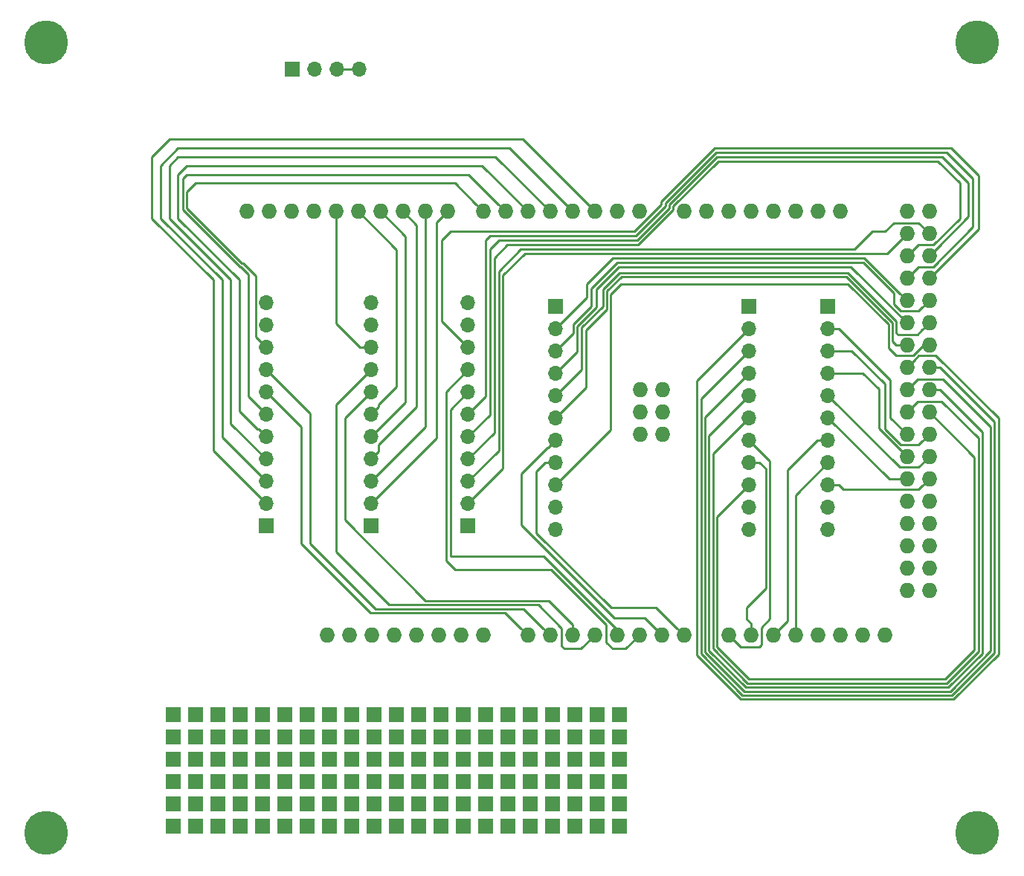
<source format=gbr>
G04 #@! TF.FileFunction,Copper,L1,Top,Signal*
%FSLAX46Y46*%
G04 Gerber Fmt 4.6, Leading zero omitted, Abs format (unit mm)*
G04 Created by KiCad (PCBNEW 4.0.7) date Mon Jun 18 14:33:48 2018*
%MOMM*%
%LPD*%
G01*
G04 APERTURE LIST*
%ADD10C,0.100000*%
%ADD11R,1.700000X1.700000*%
%ADD12C,5.000000*%
%ADD13O,1.700000X1.700000*%
%ADD14O,1.727200X1.727200*%
%ADD15C,0.254000*%
G04 APERTURE END LIST*
D10*
D11*
X99060000Y-142240000D03*
X99060000Y-139700000D03*
X99060000Y-134620000D03*
X99060000Y-137160000D03*
X96520000Y-137160000D03*
X96520000Y-134620000D03*
X96520000Y-139700000D03*
X96520000Y-142240000D03*
X96520000Y-129540000D03*
X96520000Y-132080000D03*
X99060000Y-132080000D03*
X99060000Y-129540000D03*
X93980000Y-129540000D03*
X93980000Y-132080000D03*
X91440000Y-132080000D03*
X91440000Y-129540000D03*
X91440000Y-142240000D03*
X91440000Y-139700000D03*
X91440000Y-134620000D03*
X91440000Y-137160000D03*
X93980000Y-137160000D03*
X93980000Y-134620000D03*
X93980000Y-139700000D03*
X93980000Y-142240000D03*
X101600000Y-137160000D03*
X101600000Y-134620000D03*
X101600000Y-139700000D03*
X101600000Y-142240000D03*
X101600000Y-129540000D03*
X101600000Y-132080000D03*
X121920000Y-142240000D03*
X121920000Y-139700000D03*
X121920000Y-134620000D03*
X121920000Y-137160000D03*
X119380000Y-137160000D03*
X119380000Y-134620000D03*
X119380000Y-139700000D03*
X119380000Y-142240000D03*
X119380000Y-129540000D03*
X119380000Y-132080000D03*
X121920000Y-132080000D03*
X121920000Y-129540000D03*
X116840000Y-129540000D03*
X116840000Y-132080000D03*
X114300000Y-132080000D03*
X114300000Y-129540000D03*
X114300000Y-142240000D03*
X114300000Y-139700000D03*
X114300000Y-134620000D03*
X114300000Y-137160000D03*
X116840000Y-137160000D03*
X116840000Y-134620000D03*
X116840000Y-139700000D03*
X116840000Y-142240000D03*
X106680000Y-142240000D03*
X106680000Y-139700000D03*
X106680000Y-134620000D03*
X106680000Y-137160000D03*
X104140000Y-137160000D03*
X104140000Y-134620000D03*
X104140000Y-139700000D03*
X104140000Y-142240000D03*
X104140000Y-129540000D03*
X104140000Y-132080000D03*
X106680000Y-132080000D03*
X106680000Y-129540000D03*
X111760000Y-129540000D03*
X111760000Y-132080000D03*
X109220000Y-132080000D03*
X109220000Y-129540000D03*
X109220000Y-142240000D03*
X109220000Y-139700000D03*
X109220000Y-134620000D03*
X109220000Y-137160000D03*
X111760000Y-137160000D03*
X111760000Y-134620000D03*
X111760000Y-139700000D03*
X111760000Y-142240000D03*
X132080000Y-142240000D03*
X132080000Y-139700000D03*
X132080000Y-134620000D03*
X132080000Y-137160000D03*
X129540000Y-137160000D03*
X129540000Y-134620000D03*
X129540000Y-139700000D03*
X129540000Y-142240000D03*
X129540000Y-129540000D03*
X129540000Y-132080000D03*
X132080000Y-132080000D03*
X132080000Y-129540000D03*
X127000000Y-129540000D03*
X127000000Y-132080000D03*
X124460000Y-132080000D03*
X124460000Y-129540000D03*
X124460000Y-142240000D03*
X124460000Y-139700000D03*
X124460000Y-134620000D03*
X124460000Y-137160000D03*
X127000000Y-137160000D03*
X127000000Y-134620000D03*
X127000000Y-139700000D03*
X127000000Y-142240000D03*
X137160000Y-142240000D03*
X137160000Y-139700000D03*
X137160000Y-134620000D03*
X137160000Y-137160000D03*
X134620000Y-137160000D03*
X134620000Y-134620000D03*
X134620000Y-139700000D03*
X134620000Y-142240000D03*
X134620000Y-129540000D03*
X134620000Y-132080000D03*
X137160000Y-132080000D03*
X137160000Y-129540000D03*
X142240000Y-129540000D03*
X142240000Y-132080000D03*
X139700000Y-132080000D03*
X139700000Y-129540000D03*
X139700000Y-142240000D03*
X139700000Y-139700000D03*
X139700000Y-134620000D03*
X139700000Y-137160000D03*
X142240000Y-137160000D03*
X142240000Y-134620000D03*
X142240000Y-139700000D03*
X142240000Y-142240000D03*
D12*
X77000000Y-53000000D03*
X77000000Y-143000000D03*
X183000000Y-143000000D03*
X183000000Y-53000000D03*
D11*
X102000000Y-108000000D03*
D13*
X102000000Y-105460000D03*
X102000000Y-102920000D03*
X102000000Y-100380000D03*
X102000000Y-97840000D03*
X102000000Y-95300000D03*
X102000000Y-92760000D03*
X102000000Y-90220000D03*
X102000000Y-87680000D03*
X102000000Y-85140000D03*
X102000000Y-82600000D03*
D11*
X114000000Y-108000000D03*
D13*
X114000000Y-105460000D03*
X114000000Y-102920000D03*
X114000000Y-100380000D03*
X114000000Y-97840000D03*
X114000000Y-95300000D03*
X114000000Y-92760000D03*
X114000000Y-90220000D03*
X114000000Y-87680000D03*
X114000000Y-85140000D03*
X114000000Y-82600000D03*
D11*
X125000000Y-108000000D03*
D13*
X125000000Y-105460000D03*
X125000000Y-102920000D03*
X125000000Y-100380000D03*
X125000000Y-97840000D03*
X125000000Y-95300000D03*
X125000000Y-92760000D03*
X125000000Y-90220000D03*
X125000000Y-87680000D03*
X125000000Y-85140000D03*
X125000000Y-82600000D03*
D11*
X135000000Y-83000000D03*
D13*
X135000000Y-85540000D03*
X135000000Y-88080000D03*
X135000000Y-90620000D03*
X135000000Y-93160000D03*
X135000000Y-95700000D03*
X135000000Y-98240000D03*
X135000000Y-100780000D03*
X135000000Y-103320000D03*
X135000000Y-105860000D03*
X135000000Y-108400000D03*
D11*
X157000000Y-83000000D03*
D13*
X157000000Y-85540000D03*
X157000000Y-88080000D03*
X157000000Y-90620000D03*
X157000000Y-93160000D03*
X157000000Y-95700000D03*
X157000000Y-98240000D03*
X157000000Y-100780000D03*
X157000000Y-103320000D03*
X157000000Y-105860000D03*
X157000000Y-108400000D03*
D11*
X166000000Y-83000000D03*
D13*
X166000000Y-85540000D03*
X166000000Y-88080000D03*
X166000000Y-90620000D03*
X166000000Y-93160000D03*
X166000000Y-95700000D03*
X166000000Y-98240000D03*
X166000000Y-100780000D03*
X166000000Y-103320000D03*
X166000000Y-105860000D03*
X166000000Y-108400000D03*
D11*
X105000000Y-56000000D03*
D13*
X107540000Y-56000000D03*
X110080000Y-56000000D03*
X112620000Y-56000000D03*
D14*
X144627000Y-97600000D03*
X147167000Y-97600000D03*
X147167000Y-95060000D03*
X144627000Y-95060000D03*
X147167000Y-92520000D03*
X131800000Y-120460000D03*
X126720000Y-120460000D03*
X124180000Y-120460000D03*
X121640000Y-120460000D03*
X119100000Y-120460000D03*
X116560000Y-120460000D03*
X114020000Y-120460000D03*
X111480000Y-120460000D03*
X167360000Y-72200000D03*
X164820000Y-72200000D03*
X162280000Y-72200000D03*
X159740000Y-72200000D03*
X157200000Y-72200000D03*
X154660000Y-72200000D03*
X152120000Y-72200000D03*
X149580000Y-72200000D03*
X144500000Y-72200000D03*
X141960000Y-72200000D03*
X139420000Y-72200000D03*
X136880000Y-72200000D03*
X134340000Y-72200000D03*
X131800000Y-72200000D03*
X129260000Y-72200000D03*
X126720000Y-72200000D03*
X107416000Y-72200000D03*
X122656000Y-72200000D03*
X120116000Y-72200000D03*
X117576000Y-72200000D03*
X99796000Y-72200000D03*
X102336000Y-72200000D03*
X104876000Y-72200000D03*
X109956000Y-72200000D03*
X112496000Y-72200000D03*
X115036000Y-72200000D03*
X108940000Y-120460000D03*
X134340000Y-120460000D03*
X136880000Y-120460000D03*
X139420000Y-120460000D03*
X141960000Y-120460000D03*
X144500000Y-120460000D03*
X147040000Y-120460000D03*
X149580000Y-120460000D03*
X154660000Y-120460000D03*
X157200000Y-120460000D03*
X159740000Y-120460000D03*
X162280000Y-120460000D03*
X164820000Y-120460000D03*
X167360000Y-120460000D03*
X169900000Y-120460000D03*
X172440000Y-120460000D03*
X174980000Y-72200000D03*
X177520000Y-72200000D03*
X174980000Y-74740000D03*
X177520000Y-74740000D03*
X174980000Y-77280000D03*
X177520000Y-77280000D03*
X174980000Y-79820000D03*
X177520000Y-79820000D03*
X174980000Y-82360000D03*
X177520000Y-82360000D03*
X174980000Y-84900000D03*
X177520000Y-84900000D03*
X174980000Y-87440000D03*
X177520000Y-87440000D03*
X174980000Y-89980000D03*
X177520000Y-89980000D03*
X174980000Y-92520000D03*
X177520000Y-92520000D03*
X174980000Y-95060000D03*
X177520000Y-95060000D03*
X174980000Y-97600000D03*
X177520000Y-97600000D03*
X174980000Y-100140000D03*
X177520000Y-100140000D03*
X174980000Y-102680000D03*
X177520000Y-102680000D03*
X174980000Y-105220000D03*
X177520000Y-105220000D03*
X174980000Y-107760000D03*
X177520000Y-107760000D03*
X174980000Y-110300000D03*
X177520000Y-110300000D03*
X174980000Y-112840000D03*
X177520000Y-112840000D03*
X174980000Y-115380000D03*
X177520000Y-115380000D03*
X144627000Y-92520000D03*
D15*
X102000000Y-105460000D02*
X96000000Y-99460000D01*
X96000000Y-99460000D02*
X96000000Y-80000000D01*
X96000000Y-80000000D02*
X89000000Y-73000000D01*
X89000000Y-73000000D02*
X89000000Y-66000000D01*
X89000000Y-66000000D02*
X91000000Y-64000000D01*
X91000000Y-64000000D02*
X131220000Y-64000000D01*
X131220000Y-64000000D02*
X139420000Y-72200000D01*
X102000000Y-102920000D02*
X97000000Y-97920000D01*
X97000000Y-97920000D02*
X97000000Y-80000000D01*
X97000000Y-80000000D02*
X90000000Y-73000000D01*
X90000000Y-73000000D02*
X90000000Y-67000000D01*
X92000000Y-65000000D02*
X129680000Y-65000000D01*
X90000000Y-67000000D02*
X92000000Y-65000000D01*
X129680000Y-65000000D02*
X136880000Y-72200000D01*
X102000000Y-100380000D02*
X98000000Y-96380000D01*
X98000000Y-96380000D02*
X98000000Y-80000000D01*
X92000000Y-66000000D02*
X128140000Y-66000000D01*
X128140000Y-66000000D02*
X134340000Y-72200000D01*
X98000000Y-80000000D02*
X91000000Y-73000000D01*
X91000000Y-73000000D02*
X91000000Y-67000000D01*
X91000000Y-67000000D02*
X92000000Y-66000000D01*
X93000000Y-67000000D02*
X126600000Y-67000000D01*
X126600000Y-67000000D02*
X131800000Y-72200000D01*
X92000000Y-68000000D02*
X93000000Y-67000000D01*
X92000000Y-73000000D02*
X92000000Y-68000000D01*
X99000000Y-80000000D02*
X92000000Y-73000000D01*
X99000000Y-95000000D02*
X99000000Y-80000000D01*
X100990001Y-96990001D02*
X99000000Y-95000000D01*
X102000000Y-97840000D02*
X101150001Y-96990001D01*
X101150001Y-96990001D02*
X100990001Y-96990001D01*
X102000000Y-95300000D02*
X100000000Y-93300000D01*
X93000000Y-68000000D02*
X125060000Y-68000000D01*
X125060000Y-68000000D02*
X128396401Y-71336401D01*
X128396401Y-71336401D02*
X129260000Y-72200000D01*
X99188057Y-78545989D02*
X99091959Y-78545989D01*
X100000000Y-93300000D02*
X100000000Y-79357932D01*
X100000000Y-79357932D02*
X99188057Y-78545989D01*
X92545970Y-68454030D02*
X93000000Y-68000000D01*
X92545970Y-72000000D02*
X92545970Y-68454030D01*
X99091959Y-78545989D02*
X92545970Y-72000000D01*
X106000000Y-110000000D02*
X113908022Y-117908022D01*
X106000000Y-96760000D02*
X106000000Y-110000000D01*
X130936401Y-119596401D02*
X131800000Y-120460000D01*
X113908022Y-117908022D02*
X129248022Y-117908022D01*
X102000000Y-92760000D02*
X106000000Y-96760000D01*
X129248022Y-117908022D02*
X130936401Y-119596401D01*
X133476401Y-119596401D02*
X134340000Y-120460000D01*
X131334011Y-117454011D02*
X133476401Y-119596401D01*
X102000000Y-90220000D02*
X107000000Y-95220000D01*
X107000000Y-110000000D02*
X114454011Y-117454011D01*
X114454011Y-117454011D02*
X131334011Y-117454011D01*
X107000000Y-95220000D02*
X107000000Y-110000000D01*
X125856401Y-71336401D02*
X126720000Y-72200000D01*
X123520000Y-69000000D02*
X125856401Y-71336401D01*
X94000000Y-69000000D02*
X123520000Y-69000000D01*
X93000000Y-70000000D02*
X94000000Y-69000000D01*
X93000000Y-71811962D02*
X93000000Y-70000000D01*
X99376114Y-78091978D02*
X99280016Y-78091978D01*
X100822999Y-79538863D02*
X99376114Y-78091978D01*
X102000000Y-87680000D02*
X100822999Y-86502999D01*
X100822999Y-86502999D02*
X100822999Y-79538863D01*
X99280016Y-78091978D02*
X93000000Y-71811962D01*
X114000000Y-105460000D02*
X121412000Y-98048000D01*
X121412000Y-98048000D02*
X121412000Y-73444000D01*
X121412000Y-73444000D02*
X122656000Y-72200000D01*
X120142000Y-96778000D02*
X120116000Y-96752000D01*
X120116000Y-96752000D02*
X120116000Y-72200000D01*
X114000000Y-102920000D02*
X120142000Y-96778000D01*
X119126000Y-94488000D02*
X119126000Y-73750000D01*
X119126000Y-73750000D02*
X117576000Y-72200000D01*
X114849999Y-98764001D02*
X119126000Y-94488000D01*
X114000000Y-100380000D02*
X114849999Y-99530001D01*
X114849999Y-99530001D02*
X114849999Y-98764001D01*
X114000000Y-97840000D02*
X117856000Y-93984000D01*
X117856000Y-93984000D02*
X117856000Y-75020000D01*
X117856000Y-75020000D02*
X115036000Y-72200000D01*
X116840000Y-92202000D02*
X116840000Y-76544000D01*
X116840000Y-76544000D02*
X112496000Y-72200000D01*
X114849999Y-94192001D02*
X116840000Y-92202000D01*
X114000000Y-95300000D02*
X114849999Y-94450001D01*
X114849999Y-94450001D02*
X114849999Y-94192001D01*
X134187303Y-116545989D02*
X136880000Y-119238686D01*
X120188057Y-116545989D02*
X134187303Y-116545989D01*
X111000000Y-95760000D02*
X111000000Y-107357932D01*
X114000000Y-92760000D02*
X111000000Y-95760000D01*
X136880000Y-119238686D02*
X136880000Y-120460000D01*
X111000000Y-107357932D02*
X120188057Y-116545989D01*
X136000000Y-122000000D02*
X137880000Y-122000000D01*
X137880000Y-122000000D02*
X139420000Y-120460000D01*
X135689399Y-121689399D02*
X136000000Y-122000000D01*
X133000000Y-117000000D02*
X135689399Y-119689399D01*
X135689399Y-119689399D02*
X135689399Y-121689399D01*
X116000000Y-117000000D02*
X133000000Y-117000000D01*
X110000000Y-111000000D02*
X116000000Y-117000000D01*
X114000000Y-90220000D02*
X110000000Y-94220000D01*
X110000000Y-94220000D02*
X110000000Y-111000000D01*
X112680000Y-87680000D02*
X109956000Y-84956000D01*
X109956000Y-84956000D02*
X109956000Y-72200000D01*
X114000000Y-87680000D02*
X112680000Y-87680000D01*
X131500000Y-77000000D02*
X172720000Y-77000000D01*
X172720000Y-77000000D02*
X174980000Y-74740000D01*
X129000000Y-79500000D02*
X131500000Y-77000000D01*
X129000000Y-101460000D02*
X129000000Y-79500000D01*
X125000000Y-105460000D02*
X129000000Y-101460000D01*
X173500000Y-73500000D02*
X176280000Y-73500000D01*
X176280000Y-73500000D02*
X177520000Y-74740000D01*
X172500000Y-74500000D02*
X173500000Y-73500000D01*
X171000000Y-74500000D02*
X172500000Y-74500000D01*
X169000000Y-76500000D02*
X171000000Y-74500000D01*
X131000000Y-76500000D02*
X169000000Y-76500000D01*
X128500000Y-79000000D02*
X131000000Y-76500000D01*
X125000000Y-102920000D02*
X128500000Y-99420000D01*
X128500000Y-99420000D02*
X128500000Y-79000000D01*
X178000000Y-76000000D02*
X176260000Y-76000000D01*
X176260000Y-76000000D02*
X174980000Y-77280000D01*
X181000000Y-73000000D02*
X178000000Y-76000000D01*
X181000000Y-69000000D02*
X181000000Y-73000000D01*
X178500000Y-66500000D02*
X181000000Y-69000000D01*
X153517910Y-66500000D02*
X178500000Y-66500000D01*
X129500000Y-76000000D02*
X144388294Y-76000000D01*
X144388294Y-76000000D02*
X148389399Y-71998895D01*
X148389399Y-71998895D02*
X148389399Y-71628511D01*
X148389399Y-71628511D02*
X153517910Y-66500000D01*
X128000000Y-77500000D02*
X129500000Y-76000000D01*
X128000000Y-97380000D02*
X128000000Y-77500000D01*
X125000000Y-100380000D02*
X128000000Y-97380000D01*
X147935389Y-71422543D02*
X153357932Y-66000000D01*
X182000000Y-69000000D02*
X182000000Y-72800000D01*
X178383599Y-76416401D02*
X177520000Y-77280000D01*
X125000000Y-97840000D02*
X127500000Y-95340000D01*
X182000000Y-72800000D02*
X178383599Y-76416401D01*
X153357932Y-66000000D02*
X179000000Y-66000000D01*
X147935388Y-71810838D02*
X147935389Y-71422543D01*
X144246226Y-75500000D02*
X147935388Y-71810838D01*
X127500000Y-95340000D02*
X127500000Y-76500000D01*
X179000000Y-66000000D02*
X182000000Y-69000000D01*
X128500000Y-75500000D02*
X144246226Y-75500000D01*
X127500000Y-76500000D02*
X128500000Y-75500000D01*
X175843599Y-78956401D02*
X174980000Y-79820000D01*
X127000000Y-75500000D02*
X127500000Y-75000000D01*
X182500000Y-74000000D02*
X178000000Y-78500000D01*
X153215864Y-65500000D02*
X179500000Y-65500000D01*
X178000000Y-78500000D02*
X176300000Y-78500000D01*
X125000000Y-95300000D02*
X127000000Y-93300000D01*
X176300000Y-78500000D02*
X175843599Y-78956401D01*
X182500000Y-68500000D02*
X182500000Y-74000000D01*
X147481379Y-71234485D02*
X153215864Y-65500000D01*
X147481378Y-71622780D02*
X147481379Y-71234485D01*
X144104158Y-75000000D02*
X147481378Y-71622780D01*
X127000000Y-93300000D02*
X127000000Y-75500000D01*
X179500000Y-65500000D02*
X182500000Y-68500000D01*
X127500000Y-75000000D02*
X144104158Y-75000000D01*
X141960000Y-119817932D02*
X141960000Y-120460000D01*
X133642068Y-111500000D02*
X141960000Y-119817932D01*
X123000000Y-94760000D02*
X123000000Y-111500000D01*
X123000000Y-111500000D02*
X133642068Y-111500000D01*
X125000000Y-92760000D02*
X123000000Y-94760000D01*
X141500000Y-122000000D02*
X142960000Y-122000000D01*
X142960000Y-122000000D02*
X144500000Y-120460000D01*
X140769399Y-121269399D02*
X141500000Y-122000000D01*
X134500000Y-113000000D02*
X140769399Y-119269399D01*
X140769399Y-119269399D02*
X140769399Y-121269399D01*
X123500000Y-113000000D02*
X134500000Y-113000000D01*
X122500000Y-112000000D02*
X123500000Y-113000000D01*
X122500000Y-92720000D02*
X122500000Y-112000000D01*
X125000000Y-90220000D02*
X122500000Y-92720000D01*
X125000000Y-87680000D02*
X122000000Y-84680000D01*
X122000000Y-84680000D02*
X122000000Y-75500000D01*
X122000000Y-75500000D02*
X123000000Y-74500000D01*
X180000000Y-65000000D02*
X183134000Y-68134000D01*
X178383599Y-78956401D02*
X177520000Y-79820000D01*
X123000000Y-74500000D02*
X143962090Y-74500000D01*
X143962090Y-74500000D02*
X147027368Y-71434722D01*
X183134000Y-68134000D02*
X183134000Y-74206000D01*
X147027368Y-71434722D02*
X147027369Y-71046427D01*
X147027369Y-71046427D02*
X153073796Y-65000000D01*
X153073796Y-65000000D02*
X180000000Y-65000000D01*
X183134000Y-74206000D02*
X178383599Y-78956401D01*
X174116401Y-81496401D02*
X174980000Y-82360000D01*
X174116401Y-81474333D02*
X174116401Y-81496401D01*
X138500000Y-82040000D02*
X138500000Y-80500000D01*
X135000000Y-85540000D02*
X138500000Y-82040000D01*
X170142068Y-77500000D02*
X174116401Y-81474333D01*
X141500000Y-77500000D02*
X170142068Y-77500000D01*
X138500000Y-80500000D02*
X141500000Y-77500000D01*
X176329399Y-83550601D02*
X176656401Y-83223599D01*
X174272669Y-83550601D02*
X176329399Y-83550601D01*
X173500000Y-81500000D02*
X173500000Y-82777932D01*
X142000000Y-78000000D02*
X170000000Y-78000000D01*
X173500000Y-82777932D02*
X174272669Y-83550601D01*
X139000000Y-81000000D02*
X142000000Y-78000000D01*
X176656401Y-83223599D02*
X177520000Y-82360000D01*
X139000000Y-83000000D02*
X139000000Y-81000000D01*
X170000000Y-78000000D02*
X173500000Y-81500000D01*
X136985389Y-86094611D02*
X136985389Y-85014611D01*
X136985389Y-85014611D02*
X139000000Y-83000000D01*
X135000000Y-88080000D02*
X136985389Y-86094611D01*
X168616800Y-78536800D02*
X174980000Y-84900000D01*
X142163800Y-78536800D02*
X168616800Y-78536800D01*
X139623800Y-81076800D02*
X142163800Y-78536800D01*
X139623800Y-83083400D02*
X139623800Y-81076800D01*
X137439400Y-85267800D02*
X139623800Y-83083400D01*
X135000000Y-90620000D02*
X137439400Y-88180600D01*
X137439400Y-88180600D02*
X137439400Y-85267800D01*
X176170601Y-86249399D02*
X176656401Y-85763599D01*
X174006399Y-86249399D02*
X176170601Y-86249399D01*
X168263736Y-79171800D02*
X173789399Y-84697463D01*
X173789399Y-86032399D02*
X174006399Y-86249399D01*
X140360400Y-81076800D02*
X142265400Y-79171800D01*
X140360400Y-83007200D02*
X140360400Y-81076800D01*
X142265400Y-79171800D02*
X168263736Y-79171800D01*
X135000000Y-93160000D02*
X137972800Y-90187200D01*
X176656401Y-85763599D02*
X177520000Y-84900000D01*
X173789399Y-84697463D02*
X173789399Y-86032399D01*
X137972800Y-90187200D02*
X137972800Y-85394800D01*
X137972800Y-85394800D02*
X140360400Y-83007200D01*
X173758686Y-87440000D02*
X174980000Y-87440000D01*
X173335390Y-87016704D02*
X173758686Y-87440000D01*
X173335390Y-84885522D02*
X173335390Y-87016704D01*
X140817600Y-83362800D02*
X140817600Y-81280000D01*
X135000000Y-95700000D02*
X138455400Y-92244600D01*
X138455400Y-85725000D02*
X140817600Y-83362800D01*
X142468600Y-79629000D02*
X168078868Y-79629000D01*
X168078868Y-79629000D02*
X173335390Y-84885522D01*
X140817600Y-81280000D02*
X142468600Y-79629000D01*
X138455400Y-92244600D02*
X138455400Y-85725000D01*
X141681200Y-118516400D02*
X145096400Y-118516400D01*
X145096400Y-118516400D02*
X147040000Y-120460000D01*
X131064000Y-107899200D02*
X141681200Y-118516400D01*
X131064000Y-102082600D02*
X131064000Y-107899200D01*
X134056601Y-99089999D02*
X131064000Y-102082600D01*
X135000000Y-98240000D02*
X134150001Y-99089999D01*
X134150001Y-99089999D02*
X134056601Y-99089999D01*
X135000000Y-100780000D02*
X133797919Y-100780000D01*
X133797919Y-100780000D02*
X132791200Y-101786719D01*
X132791200Y-108813600D02*
X141284601Y-117307001D01*
X132791200Y-101786719D02*
X132791200Y-108813600D01*
X141284601Y-117307001D02*
X146427001Y-117307001D01*
X146427001Y-117307001D02*
X148716401Y-119596401D01*
X148716401Y-119596401D02*
X149580000Y-120460000D01*
X176877932Y-87440000D02*
X177520000Y-87440000D01*
X175687331Y-88630601D02*
X176877932Y-87440000D01*
X173720601Y-88630601D02*
X175687331Y-88630601D01*
X172881379Y-87791379D02*
X173720601Y-88630601D01*
X172881379Y-85073579D02*
X172881379Y-87791379D01*
X142443200Y-80467200D02*
X168275000Y-80467200D01*
X168275000Y-80467200D02*
X172881379Y-85073579D01*
X141274800Y-81635600D02*
X142443200Y-80467200D01*
X141274800Y-97045200D02*
X141274800Y-81635600D01*
X135000000Y-103320000D02*
X141274800Y-97045200D01*
X178267201Y-88630601D02*
X176329399Y-88630601D01*
X185394600Y-95758000D02*
X178267201Y-88630601D01*
X156057119Y-127746051D02*
X180264290Y-127746050D01*
X185394600Y-122615740D02*
X185394600Y-95758000D01*
X180264290Y-127746050D02*
X185394600Y-122615740D01*
X175843599Y-89116401D02*
X174980000Y-89980000D01*
X176329399Y-88630601D02*
X175843599Y-89116401D01*
X151069748Y-91470252D02*
X151069748Y-122758686D01*
X151069748Y-122758686D02*
X156057119Y-127746051D01*
X157000000Y-85540000D02*
X151069748Y-91470252D01*
X157000000Y-88080000D02*
X151523758Y-93556242D01*
X178741314Y-89980000D02*
X177520000Y-89980000D01*
X151523758Y-122570628D02*
X156245175Y-127292041D01*
X184934211Y-96172897D02*
X178741314Y-89980000D01*
X151523758Y-93556242D02*
X151523758Y-122570628D01*
X184934211Y-122434061D02*
X184934211Y-96172897D01*
X156245175Y-127292041D02*
X180076232Y-127292040D01*
X180076232Y-127292040D02*
X184934211Y-122434061D01*
X151977768Y-95642232D02*
X151977768Y-122382570D01*
X157000000Y-90620000D02*
X151977768Y-95642232D01*
X175843599Y-91656401D02*
X174980000Y-92520000D01*
X176170601Y-91329399D02*
X175843599Y-91656401D01*
X184480200Y-96748600D02*
X179060999Y-91329399D01*
X156433231Y-126838031D02*
X179888174Y-126838030D01*
X179888174Y-126838030D02*
X184480200Y-122246004D01*
X179060999Y-91329399D02*
X176170601Y-91329399D01*
X184480200Y-122246004D02*
X184480200Y-96748600D01*
X151977768Y-122382570D02*
X156433231Y-126838031D01*
X152431778Y-97728222D02*
X152431778Y-122194512D01*
X183559421Y-122524713D02*
X183559420Y-97338106D01*
X156621287Y-126384021D02*
X179700116Y-126384020D01*
X157000000Y-93160000D02*
X152431778Y-97728222D01*
X183559420Y-97338106D02*
X178741314Y-92520000D01*
X178741314Y-92520000D02*
X177520000Y-92520000D01*
X179700116Y-126384020D02*
X183559421Y-122524713D01*
X152431778Y-122194512D02*
X156621287Y-126384021D01*
X175843599Y-94196401D02*
X174980000Y-95060000D01*
X179512058Y-125930010D02*
X183105411Y-122336657D01*
X176170601Y-93869399D02*
X175843599Y-94196401D01*
X183105410Y-98040810D02*
X178933999Y-93869399D01*
X152885790Y-122006458D02*
X156809343Y-125930011D01*
X156809343Y-125930011D02*
X179512058Y-125930010D01*
X183105411Y-122336657D02*
X183105410Y-98040810D01*
X157000000Y-95700000D02*
X152885789Y-99814211D01*
X178933999Y-93869399D02*
X176170601Y-93869399D01*
X152885789Y-99814211D02*
X152885790Y-122006458D01*
X158140400Y-121818400D02*
X156018400Y-121818400D01*
X156018400Y-121818400D02*
X154660000Y-120460000D01*
X158390601Y-121568199D02*
X158140400Y-121818400D01*
X159385000Y-118618000D02*
X158390601Y-119612399D01*
X158390601Y-119612399D02*
X158390601Y-121568199D01*
X159385000Y-100625000D02*
X159385000Y-118618000D01*
X157000000Y-98240000D02*
X159385000Y-100625000D01*
X156768800Y-118643400D02*
X157200000Y-119074600D01*
X157200000Y-119074600D02*
X157200000Y-120460000D01*
X156768800Y-117271800D02*
X156768800Y-118643400D01*
X158927800Y-115112800D02*
X156768800Y-117271800D01*
X158927800Y-101505719D02*
X158927800Y-115112800D01*
X157000000Y-100780000D02*
X158202081Y-100780000D01*
X158202081Y-100780000D02*
X158927800Y-101505719D01*
X153339800Y-106980200D02*
X153339800Y-121818400D01*
X179324000Y-125476000D02*
X182651400Y-122148600D01*
X156997400Y-125476000D02*
X179324000Y-125476000D01*
X157000000Y-103320000D02*
X153339800Y-106980200D01*
X153339800Y-121818400D02*
X156997400Y-125476000D01*
X182651400Y-122148600D02*
X182651400Y-100191400D01*
X182651400Y-100191400D02*
X177520000Y-95060000D01*
X173101000Y-91438919D02*
X173101000Y-95721000D01*
X173101000Y-95721000D02*
X174980000Y-97600000D01*
X166000000Y-85540000D02*
X167202081Y-85540000D01*
X167202081Y-85540000D02*
X173101000Y-91438919D01*
X176656401Y-98463599D02*
X177520000Y-97600000D01*
X176329399Y-98790601D02*
X176656401Y-98463599D01*
X174272669Y-98790601D02*
X176329399Y-98790601D01*
X172466000Y-96983932D02*
X174272669Y-98790601D01*
X172466000Y-91846400D02*
X172466000Y-96983932D01*
X168699600Y-88080000D02*
X172466000Y-91846400D01*
X166000000Y-88080000D02*
X168699600Y-88080000D01*
X171780200Y-92430600D02*
X171780200Y-96940200D01*
X171780200Y-96940200D02*
X174980000Y-100140000D01*
X169969600Y-90620000D02*
X171780200Y-92430600D01*
X166000000Y-90620000D02*
X169969600Y-90620000D01*
X166000000Y-93160000D02*
X174170601Y-101330601D01*
X174170601Y-101330601D02*
X176329399Y-101330601D01*
X176329399Y-101330601D02*
X177520000Y-100140000D01*
X166000000Y-95700000D02*
X172980000Y-102680000D01*
X172980000Y-102680000D02*
X174980000Y-102680000D01*
X161391600Y-101646319D02*
X161391600Y-118808400D01*
X161391600Y-118808400D02*
X159740000Y-120460000D01*
X166000000Y-98240000D02*
X164797919Y-98240000D01*
X164797919Y-98240000D02*
X161391600Y-101646319D01*
X166000000Y-100780000D02*
X162280000Y-104500000D01*
X162280000Y-104500000D02*
X162280000Y-120460000D01*
X166000000Y-103320000D02*
X167202081Y-103320000D01*
X167752682Y-103870601D02*
X176329399Y-103870601D01*
X167202081Y-103320000D02*
X167752682Y-103870601D01*
X176329399Y-103870601D02*
X176656401Y-103543599D01*
X176656401Y-103543599D02*
X177520000Y-102680000D01*
X110080000Y-56000000D02*
X112620000Y-56000000D01*
M02*

</source>
